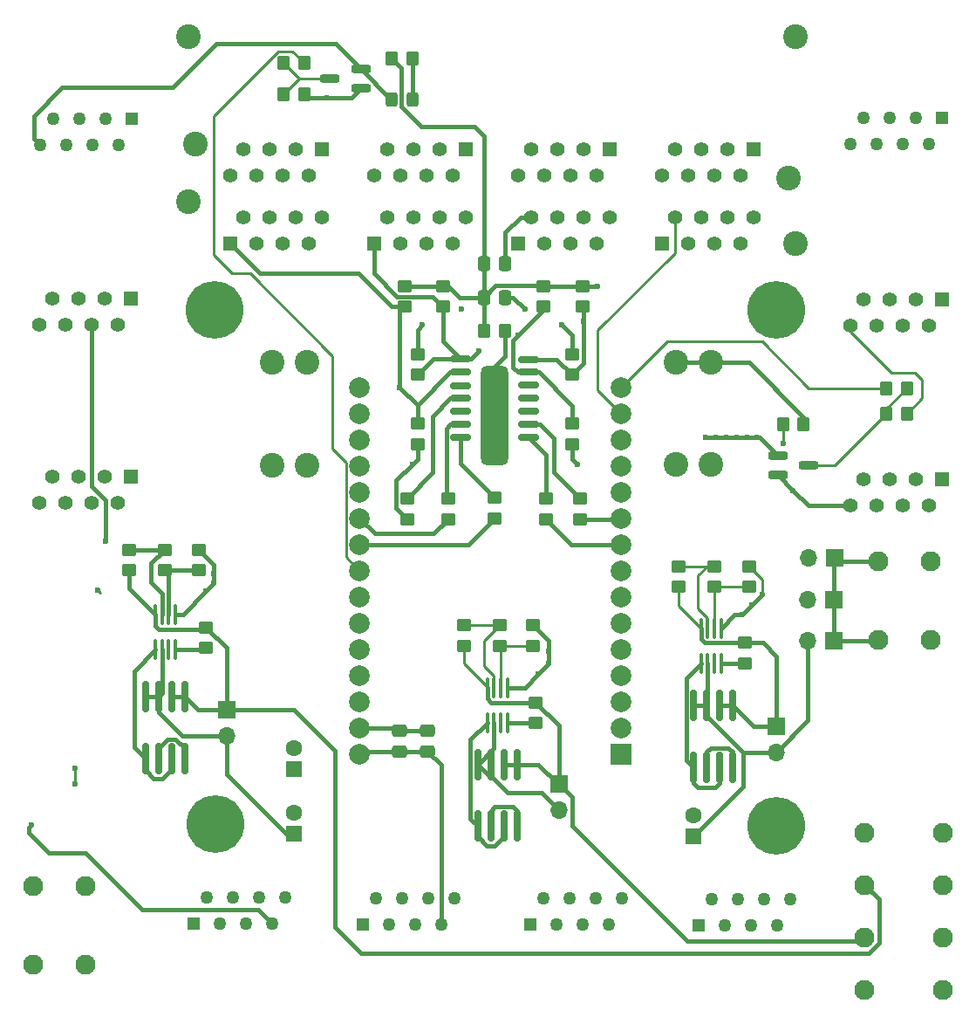
<source format=gbl>
%TF.GenerationSoftware,KiCad,Pcbnew,8.0.1-8.0.1-1~ubuntu22.04.1*%
%TF.CreationDate,2024-04-16T20:31:25-04:00*%
%TF.ProjectId,pdb,7064622e-6b69-4636-9164-5f7063625858,rev?*%
%TF.SameCoordinates,Original*%
%TF.FileFunction,Copper,L4,Bot*%
%TF.FilePolarity,Positive*%
%FSLAX46Y46*%
G04 Gerber Fmt 4.6, Leading zero omitted, Abs format (unit mm)*
G04 Created by KiCad (PCBNEW 8.0.1-8.0.1-1~ubuntu22.04.1) date 2024-04-16 20:31:25*
%MOMM*%
%LPD*%
G01*
G04 APERTURE LIST*
G04 Aperture macros list*
%AMRoundRect*
0 Rectangle with rounded corners*
0 $1 Rounding radius*
0 $2 $3 $4 $5 $6 $7 $8 $9 X,Y pos of 4 corners*
0 Add a 4 corners polygon primitive as box body*
4,1,4,$2,$3,$4,$5,$6,$7,$8,$9,$2,$3,0*
0 Add four circle primitives for the rounded corners*
1,1,$1+$1,$2,$3*
1,1,$1+$1,$4,$5*
1,1,$1+$1,$6,$7*
1,1,$1+$1,$8,$9*
0 Add four rect primitives between the rounded corners*
20,1,$1+$1,$2,$3,$4,$5,0*
20,1,$1+$1,$4,$5,$6,$7,0*
20,1,$1+$1,$6,$7,$8,$9,0*
20,1,$1+$1,$8,$9,$2,$3,0*%
G04 Aperture macros list end*
%TA.AperFunction,ComponentPad*%
%ADD10R,1.268000X1.268000*%
%TD*%
%TA.AperFunction,ComponentPad*%
%ADD11C,1.268000*%
%TD*%
%TA.AperFunction,ComponentPad*%
%ADD12C,2.400000*%
%TD*%
%TA.AperFunction,ComponentPad*%
%ADD13R,1.408000X1.408000*%
%TD*%
%TA.AperFunction,ComponentPad*%
%ADD14C,1.408000*%
%TD*%
%TA.AperFunction,ComponentPad*%
%ADD15R,1.700000X1.700000*%
%TD*%
%TA.AperFunction,ComponentPad*%
%ADD16O,1.700000X1.700000*%
%TD*%
%TA.AperFunction,ComponentPad*%
%ADD17C,3.600000*%
%TD*%
%TA.AperFunction,ConnectorPad*%
%ADD18C,5.600000*%
%TD*%
%TA.AperFunction,ComponentPad*%
%ADD19C,1.950000*%
%TD*%
%TA.AperFunction,ComponentPad*%
%ADD20R,1.600000X1.600000*%
%TD*%
%TA.AperFunction,ComponentPad*%
%ADD21C,1.600000*%
%TD*%
%TA.AperFunction,ComponentPad*%
%ADD22R,2.000000X2.000000*%
%TD*%
%TA.AperFunction,ComponentPad*%
%ADD23C,2.000000*%
%TD*%
%TA.AperFunction,SMDPad,CuDef*%
%ADD24RoundRect,0.150000X0.150000X-1.350000X0.150000X1.350000X-0.150000X1.350000X-0.150000X-1.350000X0*%
%TD*%
%TA.AperFunction,SMDPad,CuDef*%
%ADD25RoundRect,0.250000X-0.450000X0.350000X-0.450000X-0.350000X0.450000X-0.350000X0.450000X0.350000X0*%
%TD*%
%TA.AperFunction,SMDPad,CuDef*%
%ADD26RoundRect,0.250000X0.450000X-0.350000X0.450000X0.350000X-0.450000X0.350000X-0.450000X-0.350000X0*%
%TD*%
%TA.AperFunction,SMDPad,CuDef*%
%ADD27RoundRect,0.250000X0.350000X0.450000X-0.350000X0.450000X-0.350000X-0.450000X0.350000X-0.450000X0*%
%TD*%
%TA.AperFunction,SMDPad,CuDef*%
%ADD28RoundRect,0.200000X0.750000X0.200000X-0.750000X0.200000X-0.750000X-0.200000X0.750000X-0.200000X0*%
%TD*%
%TA.AperFunction,SMDPad,CuDef*%
%ADD29RoundRect,0.250000X-0.325000X-0.450000X0.325000X-0.450000X0.325000X0.450000X-0.325000X0.450000X0*%
%TD*%
%TA.AperFunction,SMDPad,CuDef*%
%ADD30RoundRect,0.100000X-0.100000X0.900000X-0.100000X-0.900000X0.100000X-0.900000X0.100000X0.900000X0*%
%TD*%
%TA.AperFunction,SMDPad,CuDef*%
%ADD31RoundRect,0.250000X-0.337500X-0.475000X0.337500X-0.475000X0.337500X0.475000X-0.337500X0.475000X0*%
%TD*%
%TA.AperFunction,SMDPad,CuDef*%
%ADD32RoundRect,0.250000X-0.350000X-0.450000X0.350000X-0.450000X0.350000X0.450000X-0.350000X0.450000X0*%
%TD*%
%TA.AperFunction,SMDPad,CuDef*%
%ADD33RoundRect,0.171250X0.828750X0.171250X-0.828750X0.171250X-0.828750X-0.171250X0.828750X-0.171250X0*%
%TD*%
%TA.AperFunction,SMDPad,CuDef*%
%ADD34RoundRect,0.162500X0.837500X0.162500X-0.837500X0.162500X-0.837500X-0.162500X0.837500X-0.162500X0*%
%TD*%
%TA.AperFunction,SMDPad,CuDef*%
%ADD35RoundRect,0.662500X0.662500X4.187500X-0.662500X4.187500X-0.662500X-4.187500X0.662500X-4.187500X0*%
%TD*%
%TA.AperFunction,SMDPad,CuDef*%
%ADD36RoundRect,0.200000X-0.750000X-0.200000X0.750000X-0.200000X0.750000X0.200000X-0.750000X0.200000X0*%
%TD*%
%TA.AperFunction,SMDPad,CuDef*%
%ADD37RoundRect,0.250000X0.475000X-0.337500X0.475000X0.337500X-0.475000X0.337500X-0.475000X-0.337500X0*%
%TD*%
%TA.AperFunction,ViaPad*%
%ADD38C,0.600000*%
%TD*%
%TA.AperFunction,Conductor*%
%ADD39C,0.250000*%
%TD*%
%TA.AperFunction,Conductor*%
%ADD40C,0.400000*%
%TD*%
G04 APERTURE END LIST*
D10*
%TO.P,E_24V_POE_IN_2,1*%
%TO.N,Net-(E_24V_POE_IN_2-Pad1)*%
X112961000Y-30330000D03*
D11*
%TO.P,E_24V_POE_IN_2,2*%
%TO.N,Net-(E_24V_POE_IN_2-Pad2)*%
X111691000Y-32870000D03*
%TO.P,E_24V_POE_IN_2,3*%
%TO.N,Net-(E_24V_POE_IN_2-Pad3)*%
X110421000Y-30330000D03*
%TO.P,E_24V_POE_IN_2,4*%
%TO.N,unconnected-(E_24V_POE_IN_2-Pad4)*%
X109151000Y-32870000D03*
%TO.P,E_24V_POE_IN_2,5*%
%TO.N,unconnected-(E_24V_POE_IN_2-Pad5)*%
X107881000Y-30330000D03*
%TO.P,E_24V_POE_IN_2,6*%
%TO.N,Net-(E_24V_POE_IN_2-Pad6)*%
X106611000Y-32870000D03*
%TO.P,E_24V_POE_IN_2,7*%
%TO.N,unconnected-(E_24V_POE_IN_2-Pad7)*%
X105341000Y-30330000D03*
%TO.P,E_24V_POE_IN_2,8*%
%TO.N,unconnected-(E_24V_POE_IN_2-Pad8)*%
X104071000Y-32870000D03*
%TD*%
D12*
%TO.P,F2,1*%
%TO.N,Net-(E_12V_2-Pad7)*%
X51300000Y-54040000D03*
X47900000Y-54040000D03*
%TO.P,F2,2*%
%TO.N,+12V*%
X51300000Y-63960000D03*
X47900000Y-63960000D03*
%TD*%
D13*
%TO.P,U10,1_1B*%
%TO.N,RX+_0*%
X94600000Y-33350000D03*
%TO.P,U10,1_1T*%
%TO.N,CAM_POW_0*%
X85710000Y-42460000D03*
D14*
%TO.P,U10,1_2B*%
%TO.N,RX-_0*%
X93330000Y-35890000D03*
%TO.P,U10,1_2T*%
%TO.N,PWM_1*%
X86980000Y-39920000D03*
%TO.P,U10,1_3B*%
%TO.N,TX+_0*%
X92060000Y-33350000D03*
%TO.P,U10,1_3T*%
X88250000Y-42460000D03*
%TO.P,U10,1_4B*%
%TO.N,unconnected-(U10-Pad1_4B)*%
X90790000Y-35890000D03*
%TO.P,U10,1_4T*%
%TO.N,TX-_0*%
X89520000Y-39920000D03*
%TO.P,U10,1_5B*%
%TO.N,unconnected-(U10-Pad1_5B)*%
X89520000Y-33350000D03*
%TO.P,U10,1_5T*%
%TO.N,RX+_0*%
X90790000Y-42460000D03*
%TO.P,U10,1_6B*%
%TO.N,TX-_0*%
X88250000Y-35890000D03*
%TO.P,U10,1_6T*%
%TO.N,RX-_0*%
X92060000Y-39920000D03*
%TO.P,U10,1_7B*%
%TO.N,unconnected-(U10-Pad1_7B)*%
X86980000Y-33350000D03*
%TO.P,U10,1_7T*%
%TO.N,PWM_0*%
X93330000Y-42460000D03*
%TO.P,U10,1_8B*%
%TO.N,unconnected-(U10-Pad1_8B)*%
X85710000Y-35890000D03*
%TO.P,U10,1_8T*%
%TO.N,GND*%
X94600000Y-39920000D03*
D13*
%TO.P,U10,2_1B*%
%TO.N,RX+_1*%
X80630000Y-33350000D03*
%TO.P,U10,2_1T*%
%TO.N,CAM_POW_1*%
X71740000Y-42460000D03*
D14*
%TO.P,U10,2_2B*%
%TO.N,RX-_1*%
X79360000Y-35890000D03*
%TO.P,U10,2_2T*%
%TO.N,GND*%
X73010000Y-39920000D03*
%TO.P,U10,2_3B*%
%TO.N,TX+_1*%
X78090000Y-33350000D03*
%TO.P,U10,2_3T*%
X74280000Y-42460000D03*
%TO.P,U10,2_4B*%
%TO.N,unconnected-(U10-Pad2_4B)*%
X76820000Y-35890000D03*
%TO.P,U10,2_4T*%
%TO.N,TX-_1*%
X75550000Y-39920000D03*
%TO.P,U10,2_5B*%
%TO.N,unconnected-(U10-Pad2_5B)*%
X75550000Y-33350000D03*
%TO.P,U10,2_5T*%
%TO.N,RX+_1*%
X76820000Y-42460000D03*
%TO.P,U10,2_6B*%
%TO.N,TX-_1*%
X74280000Y-35890000D03*
%TO.P,U10,2_6T*%
%TO.N,RX-_1*%
X78090000Y-39920000D03*
%TO.P,U10,2_7B*%
%TO.N,unconnected-(U10-Pad2_7B)*%
X73010000Y-33350000D03*
%TO.P,U10,2_7T*%
%TO.N,unconnected-(U10-Pad2_7T)*%
X79360000Y-42460000D03*
%TO.P,U10,2_8B*%
%TO.N,unconnected-(U10-Pad2_8B)*%
X71740000Y-35890000D03*
%TO.P,U10,2_8T*%
%TO.N,unconnected-(U10-Pad2_8T)*%
X80630000Y-39920000D03*
D13*
%TO.P,U10,3_1B*%
%TO.N,RX+_2*%
X66660000Y-33350000D03*
%TO.P,U10,3_1T*%
%TO.N,CAM_POW_2*%
X57770000Y-42460000D03*
D14*
%TO.P,U10,3_2B*%
%TO.N,RX-_2*%
X65390000Y-35890000D03*
%TO.P,U10,3_2T*%
%TO.N,GND*%
X59040000Y-39920000D03*
%TO.P,U10,3_3B*%
%TO.N,TX+_2*%
X64120000Y-33350000D03*
%TO.P,U10,3_3T*%
X60310000Y-42460000D03*
%TO.P,U10,3_4B*%
%TO.N,unconnected-(U10-Pad3_4B)*%
X62850000Y-35890000D03*
%TO.P,U10,3_4T*%
%TO.N,TX-_2*%
X61580000Y-39920000D03*
%TO.P,U10,3_5B*%
%TO.N,unconnected-(U10-Pad3_5B)*%
X61580000Y-33350000D03*
%TO.P,U10,3_5T*%
%TO.N,RX+_2*%
X62850000Y-42460000D03*
%TO.P,U10,3_6B*%
%TO.N,TX-_2*%
X60310000Y-35890000D03*
%TO.P,U10,3_6T*%
%TO.N,RX-_2*%
X64120000Y-39920000D03*
%TO.P,U10,3_7B*%
%TO.N,unconnected-(U10-Pad3_7B)*%
X59040000Y-33350000D03*
%TO.P,U10,3_7T*%
%TO.N,unconnected-(U10-Pad3_7T)*%
X65390000Y-42460000D03*
%TO.P,U10,3_8B*%
%TO.N,unconnected-(U10-Pad3_8B)*%
X57770000Y-35890000D03*
%TO.P,U10,3_8T*%
%TO.N,unconnected-(U10-Pad3_8T)*%
X66660000Y-39920000D03*
D13*
%TO.P,U10,4_1B*%
%TO.N,RX+_3*%
X52690000Y-33350000D03*
%TO.P,U10,4_1T*%
%TO.N,CAM_POW_3*%
X43800000Y-42460000D03*
D14*
%TO.P,U10,4_2B*%
%TO.N,RX-_3*%
X51420000Y-35890000D03*
%TO.P,U10,4_2T*%
%TO.N,GND*%
X45070000Y-39920000D03*
%TO.P,U10,4_3B*%
%TO.N,TX+_3*%
X50150000Y-33350000D03*
%TO.P,U10,4_3T*%
X46340000Y-42460000D03*
%TO.P,U10,4_4B*%
%TO.N,unconnected-(U10-Pad4_4B)*%
X48880000Y-35890000D03*
%TO.P,U10,4_4T*%
%TO.N,TX-_3*%
X47610000Y-39920000D03*
%TO.P,U10,4_5B*%
%TO.N,unconnected-(U10-Pad4_5B)*%
X47610000Y-33350000D03*
%TO.P,U10,4_5T*%
%TO.N,RX+_3*%
X48880000Y-42460000D03*
%TO.P,U10,4_6B*%
%TO.N,TX-_3*%
X46340000Y-35890000D03*
%TO.P,U10,4_6T*%
%TO.N,RX-_3*%
X50150000Y-39920000D03*
%TO.P,U10,4_7B*%
%TO.N,unconnected-(U10-Pad4_7B)*%
X45070000Y-33350000D03*
%TO.P,U10,4_7T*%
%TO.N,unconnected-(U10-Pad4_7T)*%
X51420000Y-42460000D03*
%TO.P,U10,4_8B*%
%TO.N,unconnected-(U10-Pad4_8B)*%
X43800000Y-35890000D03*
%TO.P,U10,4_8T*%
%TO.N,unconnected-(U10-Pad4_8T)*%
X52690000Y-39920000D03*
D12*
%TO.P,U10,S1,GND*%
%TO.N,GND*%
X98660000Y-42460000D03*
X98660000Y-22430000D03*
X97995000Y-36150000D03*
X40405000Y-32850000D03*
X39740000Y-38400000D03*
X39740000Y-22430000D03*
%TD*%
D13*
%TO.P,E_12V_1,1*%
%TO.N,unconnected-(E_12V_1-Pad1)*%
X112945000Y-65350000D03*
D14*
%TO.P,E_12V_1,2*%
%TO.N,unconnected-(E_12V_1-Pad2)*%
X111675000Y-67890000D03*
%TO.P,E_12V_1,3*%
%TO.N,unconnected-(E_12V_1-Pad3)*%
X110405000Y-65350000D03*
%TO.P,E_12V_1,4*%
%TO.N,unconnected-(E_12V_1-Pad4)*%
X109135000Y-67890000D03*
%TO.P,E_12V_1,5*%
%TO.N,unconnected-(E_12V_1-Pad5)*%
X107865000Y-65350000D03*
%TO.P,E_12V_1,6*%
%TO.N,unconnected-(E_12V_1-Pad6)*%
X106595000Y-67890000D03*
%TO.P,E_12V_1,7*%
%TO.N,Net-(E_12V_1-Pad7)*%
X105325000Y-65350000D03*
%TO.P,E_12V_1,8*%
%TO.N,ACC1_LOAD_LOW*%
X104055000Y-67890000D03*
%TD*%
D15*
%TO.P,JP2,1,A*%
%TO.N,Net-(J2-Pin_1)*%
X102460000Y-77000000D03*
D16*
%TO.P,JP2,2,B*%
%TO.N,+12V*%
X99920000Y-77000000D03*
%TD*%
D17*
%TO.P,H1,1,1*%
%TO.N,GND*%
X42300000Y-48900000D03*
D18*
X42300000Y-48900000D03*
%TD*%
D13*
%TO.P,E_24V_POE_OUT_1,1*%
%TO.N,Net-(E_24V_POE_IN_1-Pad1)*%
X34157500Y-47780000D03*
D14*
%TO.P,E_24V_POE_OUT_1,2*%
%TO.N,Net-(E_24V_POE_IN_1-Pad2)*%
X32887500Y-50320000D03*
%TO.P,E_24V_POE_OUT_1,3*%
%TO.N,Net-(E_24V_POE_IN_1-Pad3)*%
X31617500Y-47780000D03*
%TO.P,E_24V_POE_OUT_1,4*%
%TO.N,+24V*%
X30347500Y-50320000D03*
%TO.P,E_24V_POE_OUT_1,5*%
X29077500Y-47780000D03*
%TO.P,E_24V_POE_OUT_1,6*%
%TO.N,Net-(E_24V_POE_IN_1-Pad6)*%
X27807500Y-50320000D03*
%TO.P,E_24V_POE_OUT_1,7*%
%TO.N,GND*%
X26537500Y-47780000D03*
%TO.P,E_24V_POE_OUT_1,8*%
X25267500Y-50320000D03*
%TD*%
D19*
%TO.P,J3,1,Pin_1*%
%TO.N,CANH*%
X24712500Y-104767500D03*
X24712500Y-112387500D03*
%TO.P,J3,2,Pin_2*%
%TO.N,CANL*%
X29792500Y-104767500D03*
X29792500Y-112387500D03*
%TD*%
D10*
%TO.P,E_5V_2,1*%
%TO.N,CANH*%
X89280000Y-108600000D03*
D11*
%TO.P,E_5V_2,2*%
%TO.N,CANL*%
X90550000Y-106060000D03*
%TO.P,E_5V_2,3*%
%TO.N,unconnected-(E_5V_2-Pad3)*%
X91820000Y-108600000D03*
%TO.P,E_5V_2,4*%
%TO.N,unconnected-(E_5V_2-Pad4)*%
X93090000Y-106060000D03*
%TO.P,E_5V_2,5*%
%TO.N,unconnected-(E_5V_2-Pad5)*%
X94360000Y-108600000D03*
%TO.P,E_5V_2,6*%
%TO.N,unconnected-(E_5V_2-Pad6)*%
X95630000Y-106060000D03*
%TO.P,E_5V_2,7*%
%TO.N,+5V*%
X96900000Y-108600000D03*
%TO.P,E_5V_2,8*%
%TO.N,GND*%
X98170000Y-106060000D03*
%TD*%
D20*
%TO.P,C7,1*%
%TO.N,+5V*%
X88750000Y-99960000D03*
D21*
%TO.P,C7,2*%
%TO.N,GND*%
X88750000Y-97960000D03*
%TD*%
D10*
%TO.P,E_12V_2,1*%
%TO.N,unconnected-(E_12V_2-Pad1)*%
X34229000Y-30350000D03*
D11*
%TO.P,E_12V_2,2*%
%TO.N,unconnected-(E_12V_2-Pad2)*%
X32959000Y-32890000D03*
%TO.P,E_12V_2,3*%
%TO.N,unconnected-(E_12V_2-Pad3)*%
X31689000Y-30350000D03*
%TO.P,E_12V_2,4*%
%TO.N,unconnected-(E_12V_2-Pad4)*%
X30419000Y-32890000D03*
%TO.P,E_12V_2,5*%
%TO.N,unconnected-(E_12V_2-Pad5)*%
X29149000Y-30350000D03*
%TO.P,E_12V_2,6*%
%TO.N,unconnected-(E_12V_2-Pad6)*%
X27879000Y-32890000D03*
%TO.P,E_12V_2,7*%
%TO.N,Net-(E_12V_2-Pad7)*%
X26609000Y-30350000D03*
%TO.P,E_12V_2,8*%
%TO.N,ACC2_LOAD_LOW*%
X25339000Y-32890000D03*
%TD*%
D20*
%TO.P,C8,1*%
%TO.N,+12V*%
X50000000Y-93460000D03*
D21*
%TO.P,C8,2*%
%TO.N,GND*%
X50000000Y-91460000D03*
%TD*%
D15*
%TO.P,JP6,1,A*%
%TO.N,+24V IN*%
X43500000Y-87725000D03*
D16*
%TO.P,JP6,2,B*%
%TO.N,+24V*%
X43500000Y-90265000D03*
%TD*%
D15*
%TO.P,JP1,1,A*%
%TO.N,Net-(J2-Pin_1)*%
X102460000Y-81000000D03*
D16*
%TO.P,JP1,2,B*%
%TO.N,+5V*%
X99920000Y-81000000D03*
%TD*%
D15*
%TO.P,JP3,1,A*%
%TO.N,Net-(J2-Pin_1)*%
X102500000Y-73000000D03*
D16*
%TO.P,JP3,2,B*%
%TO.N,+24V*%
X99960000Y-73000000D03*
%TD*%
D19*
%TO.P,J1,1,Pin_1*%
%TO.N,+5V IN*%
X105417500Y-114837500D03*
X113037500Y-114837500D03*
%TO.P,J1,2,Pin_2*%
%TO.N,+12V IN*%
X105417500Y-109757500D03*
X113037500Y-109757500D03*
%TO.P,J1,3,Pin_3*%
%TO.N,+24V IN*%
X105417500Y-104677500D03*
X113037500Y-104677500D03*
%TO.P,J1,4,Pin_4*%
%TO.N,GND*%
X105417500Y-99597500D03*
X113037500Y-99597500D03*
%TD*%
D22*
%TO.P,U2,1,3V3*%
%TO.N,unconnected-(U2-3V3-Pad1)*%
X81800000Y-92000000D03*
D23*
%TO.P,U2,2,GND*%
%TO.N,GND*%
X81800000Y-89460000D03*
X56400000Y-89460000D03*
%TO.P,U2,3,D15*%
%TO.N,unconnected-(U2-D15-Pad3)*%
X81800000Y-86920000D03*
%TO.P,U2,4,D2*%
%TO.N,unconnected-(U2-D2-Pad4)*%
X81800000Y-84380000D03*
%TO.P,U2,5,D4*%
%TO.N,unconnected-(U2-D4-Pad5)*%
X81800000Y-81840000D03*
%TO.P,U2,6,RX2*%
%TO.N,TXC*%
X81800000Y-79300000D03*
%TO.P,U2,7,TX2*%
%TO.N,RXC*%
X81800000Y-76760000D03*
%TO.P,U2,8,D5*%
%TO.N,unconnected-(U2-D5-Pad8)*%
X81800000Y-74220000D03*
%TO.P,U2,9,D18*%
%TO.N,CAM_SIGN_0*%
X81800000Y-71680000D03*
%TO.P,U2,10,D19*%
%TO.N,CAM_SIGN_1*%
X81800000Y-69140000D03*
%TO.P,U2,11,D21*%
%TO.N,PWM_0*%
X81800000Y-66600000D03*
%TO.P,U2,12,RX0*%
%TO.N,unconnected-(U2-RX0-Pad12)*%
X81800000Y-64060000D03*
%TO.P,U2,13,TX0*%
%TO.N,unconnected-(U2-TX0-Pad13)*%
X81800000Y-61520000D03*
%TO.P,U2,14,D22*%
%TO.N,PWM_1*%
X81800000Y-58980000D03*
%TO.P,U2,15,D23*%
%TO.N,ACC1_CONTROL*%
X81800000Y-56440000D03*
%TO.P,U2,16,EN*%
%TO.N,unconnected-(U2-EN-Pad16)*%
X56400000Y-56440000D03*
%TO.P,U2,17,VP*%
%TO.N,unconnected-(U2-VP-Pad17)*%
X56400000Y-58980000D03*
%TO.P,U2,18,VN*%
%TO.N,unconnected-(U2-VN-Pad18)*%
X56400000Y-61520000D03*
%TO.P,U2,19,D34*%
%TO.N,unconnected-(U2-D34-Pad19)*%
X56400000Y-64060000D03*
%TO.P,U2,20,D35*%
%TO.N,unconnected-(U2-D35-Pad20)*%
X56400000Y-66600000D03*
%TO.P,U2,21,D32*%
%TO.N,CAM_SIGN_3*%
X56400000Y-69140000D03*
%TO.P,U2,22,D33*%
%TO.N,CAM_SIGN_2*%
X56400000Y-71680000D03*
%TO.P,U2,23,D25*%
%TO.N,ACC2_CONTROL*%
X56400000Y-74220000D03*
%TO.P,U2,24,D26*%
%TO.N,LED_B*%
X56400000Y-76760000D03*
%TO.P,U2,25,D27*%
%TO.N,LED_G*%
X56400000Y-79300000D03*
%TO.P,U2,26,D14*%
%TO.N,LED_R*%
X56400000Y-81840000D03*
%TO.P,U2,27,D12*%
%TO.N,unconnected-(U2-D12-Pad27)*%
X56400000Y-84380000D03*
%TO.P,U2,28,D13*%
%TO.N,unconnected-(U2-D13-Pad28)*%
X56400000Y-86920000D03*
%TO.P,U2,30,VIN*%
%TO.N,+5V*%
X56400000Y-92000000D03*
%TD*%
D10*
%TO.P,E_5V_4,1*%
%TO.N,CANH*%
X56659000Y-108500000D03*
D11*
%TO.P,E_5V_4,2*%
%TO.N,CANL*%
X57929000Y-105960000D03*
%TO.P,E_5V_4,3*%
%TO.N,unconnected-(E_5V_4-Pad3)*%
X59199000Y-108500000D03*
%TO.P,E_5V_4,4*%
%TO.N,unconnected-(E_5V_4-Pad4)*%
X60469000Y-105960000D03*
%TO.P,E_5V_4,5*%
%TO.N,unconnected-(E_5V_4-Pad5)*%
X61739000Y-108500000D03*
%TO.P,E_5V_4,6*%
%TO.N,unconnected-(E_5V_4-Pad6)*%
X63009000Y-105960000D03*
%TO.P,E_5V_4,7*%
%TO.N,+5V*%
X64279000Y-108500000D03*
%TO.P,E_5V_4,8*%
%TO.N,GND*%
X65549000Y-105960000D03*
%TD*%
D10*
%TO.P,E_5V_3,1*%
%TO.N,CANH*%
X72980000Y-108500000D03*
D11*
%TO.P,E_5V_3,2*%
%TO.N,CANL*%
X74250000Y-105960000D03*
%TO.P,E_5V_3,3*%
%TO.N,unconnected-(E_5V_3-Pad3)*%
X75520000Y-108500000D03*
%TO.P,E_5V_3,4*%
%TO.N,unconnected-(E_5V_3-Pad4)*%
X76790000Y-105960000D03*
%TO.P,E_5V_3,5*%
%TO.N,unconnected-(E_5V_3-Pad5)*%
X78060000Y-108500000D03*
%TO.P,E_5V_3,6*%
%TO.N,unconnected-(E_5V_3-Pad6)*%
X79330000Y-105960000D03*
%TO.P,E_5V_3,7*%
%TO.N,+5V*%
X80600000Y-108500000D03*
%TO.P,E_5V_3,8*%
%TO.N,GND*%
X81870000Y-105960000D03*
%TD*%
D17*
%TO.P,H4,1,1*%
%TO.N,GND*%
X42400000Y-98800000D03*
D18*
X42400000Y-98800000D03*
%TD*%
D13*
%TO.P,E_24V_POE_IN_1,1*%
%TO.N,Net-(E_24V_POE_IN_1-Pad1)*%
X34145000Y-65050000D03*
D14*
%TO.P,E_24V_POE_IN_1,2*%
%TO.N,Net-(E_24V_POE_IN_1-Pad2)*%
X32875000Y-67590000D03*
%TO.P,E_24V_POE_IN_1,3*%
%TO.N,Net-(E_24V_POE_IN_1-Pad3)*%
X31605000Y-65050000D03*
%TO.P,E_24V_POE_IN_1,4*%
%TO.N,unconnected-(E_24V_POE_IN_1-Pad4)*%
X30335000Y-67590000D03*
%TO.P,E_24V_POE_IN_1,5*%
%TO.N,unconnected-(E_24V_POE_IN_1-Pad5)*%
X29065000Y-65050000D03*
%TO.P,E_24V_POE_IN_1,6*%
%TO.N,Net-(E_24V_POE_IN_1-Pad6)*%
X27795000Y-67590000D03*
%TO.P,E_24V_POE_IN_1,7*%
%TO.N,unconnected-(E_24V_POE_IN_1-Pad7)*%
X26525000Y-65050000D03*
%TO.P,E_24V_POE_IN_1,8*%
%TO.N,unconnected-(E_24V_POE_IN_1-Pad8)*%
X25255000Y-67590000D03*
%TD*%
D20*
%TO.P,C9,1*%
%TO.N,+24V*%
X50000000Y-99710000D03*
D21*
%TO.P,C9,2*%
%TO.N,GND*%
X50000000Y-97710000D03*
%TD*%
D17*
%TO.P,H3,1,1*%
%TO.N,GND*%
X96800000Y-99000000D03*
D18*
X96800000Y-99000000D03*
%TD*%
D15*
%TO.P,JP4,1,A*%
%TO.N,+5V IN*%
X96830000Y-89290000D03*
D16*
%TO.P,JP4,2,B*%
%TO.N,+5V*%
X96830000Y-91830000D03*
%TD*%
D19*
%TO.P,J2,1,Pin_1*%
%TO.N,Net-(J2-Pin_1)*%
X106762500Y-73317500D03*
X106762500Y-80937500D03*
%TO.P,J2,2,Pin_2*%
%TO.N,GND*%
X111842500Y-73317500D03*
X111842500Y-80937500D03*
%TD*%
D10*
%TO.P,E_5V_1,1*%
%TO.N,CANH*%
X40249000Y-108450000D03*
D11*
%TO.P,E_5V_1,2*%
%TO.N,CANL*%
X41519000Y-105910000D03*
%TO.P,E_5V_1,3*%
%TO.N,unconnected-(E_5V_1-Pad3)*%
X42789000Y-108450000D03*
%TO.P,E_5V_1,4*%
%TO.N,unconnected-(E_5V_1-Pad4)*%
X44059000Y-105910000D03*
%TO.P,E_5V_1,5*%
%TO.N,unconnected-(E_5V_1-Pad5)*%
X45329000Y-108450000D03*
%TO.P,E_5V_1,6*%
%TO.N,unconnected-(E_5V_1-Pad6)*%
X46599000Y-105910000D03*
%TO.P,E_5V_1,7*%
%TO.N,+5V*%
X47869000Y-108450000D03*
%TO.P,E_5V_1,8*%
%TO.N,GND*%
X49139000Y-105910000D03*
%TD*%
D17*
%TO.P,H2,1,1*%
%TO.N,GND*%
X96800000Y-48900000D03*
D18*
X96800000Y-48900000D03*
%TD*%
D15*
%TO.P,JP5,1,A*%
%TO.N,+12V IN*%
X75750000Y-94935000D03*
D16*
%TO.P,JP5,2,B*%
%TO.N,+12V*%
X75750000Y-97475000D03*
%TD*%
D12*
%TO.P,F1,1*%
%TO.N,Net-(E_12V_1-Pad7)*%
X87100000Y-63910000D03*
X90500000Y-63910000D03*
%TO.P,F1,2*%
%TO.N,+12V*%
X87100000Y-53990000D03*
X90500000Y-53990000D03*
%TD*%
D13*
%TO.P,E_24V_POE_OUT_2,1*%
%TO.N,Net-(E_24V_POE_IN_2-Pad1)*%
X112945000Y-47880000D03*
D14*
%TO.P,E_24V_POE_OUT_2,2*%
%TO.N,Net-(E_24V_POE_IN_2-Pad2)*%
X111675000Y-50420000D03*
%TO.P,E_24V_POE_OUT_2,3*%
%TO.N,Net-(E_24V_POE_IN_2-Pad3)*%
X110405000Y-47880000D03*
%TO.P,E_24V_POE_OUT_2,4*%
%TO.N,+24V*%
X109135000Y-50420000D03*
%TO.P,E_24V_POE_OUT_2,5*%
X107865000Y-47880000D03*
%TO.P,E_24V_POE_OUT_2,6*%
%TO.N,Net-(E_24V_POE_IN_2-Pad6)*%
X106595000Y-50420000D03*
%TO.P,E_24V_POE_OUT_2,7*%
%TO.N,GND*%
X105325000Y-47880000D03*
%TO.P,E_24V_POE_OUT_2,8*%
X104055000Y-50420000D03*
%TD*%
D24*
%TO.P,U7,1,S1*%
%TO.N,Net-(U7-S1)*%
X71650000Y-99000000D03*
%TO.P,U7,2,G1*%
%TO.N,Net-(U6-GATE)*%
X70385000Y-99000000D03*
%TO.P,U7,3,S2*%
%TO.N,Net-(U7-S1)*%
X69115000Y-99000000D03*
%TO.P,U7,4,G2*%
%TO.N,Net-(U6-GATE)*%
X67845000Y-99000000D03*
%TO.P,U7,5,D2*%
%TO.N,+12V*%
X67845000Y-93000000D03*
%TO.P,U7,6,D2*%
X69115000Y-93000000D03*
%TO.P,U7,7,D1*%
%TO.N,+12V IN*%
X70385000Y-93000000D03*
%TO.P,U7,8,D1*%
X71655000Y-93000000D03*
%TD*%
D25*
%TO.P,R23,1*%
%TO.N,CAM_POW_1*%
X77000000Y-59960000D03*
%TO.P,R23,2*%
%TO.N,GND*%
X77000000Y-61960000D03*
%TD*%
D26*
%TO.P,R13,1*%
%TO.N,CAM_POW_2*%
X64500000Y-48620000D03*
%TO.P,R13,2*%
%TO.N,+12V*%
X64500000Y-46620000D03*
%TD*%
D27*
%TO.P,R6,1*%
%TO.N,Net-(D11-A)*%
X61500000Y-24500000D03*
%TO.P,R6,2*%
%TO.N,+12V*%
X59500000Y-24500000D03*
%TD*%
D26*
%TO.P,R36,1*%
%TO.N,Net-(U6-SHDN)*%
X73500000Y-89000000D03*
%TO.P,R36,2*%
%TO.N,+12V IN*%
X73500000Y-87000000D03*
%TD*%
%TO.P,R31,1*%
%TO.N,Net-(U4-OV)*%
X90830000Y-75790000D03*
%TO.P,R31,2*%
%TO.N,Net-(U4-UV)*%
X90830000Y-73790000D03*
%TD*%
%TO.P,R8,1*%
%TO.N,CAM_SIGN_0*%
X74500000Y-69210000D03*
%TO.P,R8,2*%
%TO.N,Net-(U1-IN0)*%
X74500000Y-67210000D03*
%TD*%
D28*
%TO.P,Q2,1,D*%
%TO.N,ACC2_LOAD_LOW*%
X56500000Y-25550000D03*
%TO.P,Q2,2,S*%
%TO.N,GND*%
X56500000Y-27450000D03*
%TO.P,Q2,3,G*%
%TO.N,Net-(Q2-G)*%
X53500000Y-26500000D03*
%TD*%
D25*
%TO.P,R21,1*%
%TO.N,Net-(U1-GND)*%
X61000000Y-67210000D03*
%TO.P,R21,2*%
%TO.N,GND*%
X61000000Y-69210000D03*
%TD*%
%TO.P,R35,1*%
%TO.N,GND*%
X73250000Y-79500000D03*
%TO.P,R35,2*%
%TO.N,Net-(U6-OV)*%
X73250000Y-81500000D03*
%TD*%
D27*
%TO.P,R4,1*%
%TO.N,ACC2_CONTROL*%
X51000000Y-25000000D03*
%TO.P,R4,2*%
%TO.N,Net-(Q2-G)*%
X49000000Y-25000000D03*
%TD*%
D29*
%TO.P,D11,2,A*%
%TO.N,Net-(D11-A)*%
X61525000Y-28500000D03*
%TO.P,D11,1,K*%
%TO.N,ACC2_LOAD_LOW*%
X59475000Y-28500000D03*
%TD*%
D30*
%TO.P,U4,1,V_{in}*%
%TO.N,+5V IN*%
X89530000Y-79790000D03*
%TO.P,U4,2,UV*%
%TO.N,Net-(U4-UV)*%
X90170000Y-79790000D03*
%TO.P,U4,3,OV*%
%TO.N,Net-(U4-OV)*%
X90830000Y-79790000D03*
%TO.P,U4,4,GND*%
%TO.N,GND*%
X91470000Y-79790000D03*
%TO.P,U4,5,SHDN*%
%TO.N,Net-(U4-SHDN)*%
X91470000Y-83210000D03*
%TO.P,U4,6,FAULT*%
%TO.N,unconnected-(U4-FAULT-Pad6)*%
X90830000Y-83210000D03*
%TO.P,U4,7,V_{out}*%
%TO.N,+5V*%
X90170000Y-83210000D03*
%TO.P,U4,8,GATE*%
%TO.N,Net-(U4-GATE)*%
X89530000Y-83210000D03*
%TD*%
D26*
%TO.P,R34,1*%
%TO.N,Net-(U6-OV)*%
X70000000Y-81500000D03*
%TO.P,R34,2*%
%TO.N,Net-(U6-UV)*%
X70000000Y-79500000D03*
%TD*%
%TO.P,R40,1*%
%TO.N,Net-(U8-SHDN)*%
X41500000Y-81710000D03*
%TO.P,R40,2*%
%TO.N,+24V IN*%
X41500000Y-79710000D03*
%TD*%
D25*
%TO.P,R39,1*%
%TO.N,GND*%
X40750000Y-72170000D03*
%TO.P,R39,2*%
%TO.N,Net-(U8-OV)*%
X40750000Y-74170000D03*
%TD*%
D26*
%TO.P,R11,1*%
%TO.N,CAM_POW_0*%
X78000000Y-48620000D03*
%TO.P,R11,2*%
%TO.N,+12V*%
X78000000Y-46620000D03*
%TD*%
D31*
%TO.P,C1,1*%
%TO.N,+12V*%
X68462500Y-47710000D03*
%TO.P,C1,2*%
%TO.N,GND*%
X70537500Y-47710000D03*
%TD*%
D26*
%TO.P,R29,1*%
%TO.N,Net-(U4-SHDN)*%
X93800000Y-83200000D03*
%TO.P,R29,2*%
%TO.N,+5V IN*%
X93800000Y-81200000D03*
%TD*%
D32*
%TO.P,R5,1*%
%TO.N,Net-(Q2-G)*%
X49000000Y-28000000D03*
%TO.P,R5,2*%
%TO.N,GND*%
X51000000Y-28000000D03*
%TD*%
D33*
%TO.P,U1,1,OUT0*%
%TO.N,CAM_POW_0*%
X72767500Y-53707500D03*
D34*
%TO.P,U1,2,OUT1*%
%TO.N,CAM_POW_1*%
X72767500Y-54960000D03*
%TO.P,U1,3,NC*%
%TO.N,unconnected-(U1-NC-Pad3)*%
X72767500Y-56230000D03*
%TO.P,U1,4,DSEL0*%
%TO.N,unconnected-(U1-DSEL0-Pad4)*%
X72767500Y-57500000D03*
%TO.P,U1,5,DSEL1*%
%TO.N,unconnected-(U1-DSEL1-Pad5)*%
X72767500Y-58767500D03*
%TO.P,U1,6,IN1*%
%TO.N,Net-(U1-IN1)*%
X72767500Y-60040000D03*
%TO.P,U1,7,IN0*%
%TO.N,Net-(U1-IN0)*%
X72792500Y-61305000D03*
%TO.P,U1,8,IN2*%
%TO.N,Net-(U1-IN2)*%
X66207500Y-61305000D03*
%TO.P,U1,9,IN3*%
%TO.N,Net-(U1-IN3)*%
X66207500Y-60040000D03*
%TO.P,U1,10,DEN*%
%TO.N,unconnected-(U1-DEN-Pad10)*%
X66207500Y-58770000D03*
%TO.P,U1,11,GND*%
%TO.N,Net-(U1-GND)*%
X66207500Y-57500000D03*
%TO.P,U1,12,IS*%
%TO.N,unconnected-(U1-IS-Pad12)*%
X66207500Y-56265000D03*
%TO.P,U1,13,OUT3*%
%TO.N,CAM_POW_3*%
X66207500Y-54960000D03*
%TO.P,U1,14,OUT2*%
%TO.N,CAM_POW_2*%
X66207500Y-53687500D03*
D35*
%TO.P,U1,15,VS*%
%TO.N,Net-(U1-VS)*%
X69467500Y-59150000D03*
%TD*%
D26*
%TO.P,R12,1*%
%TO.N,CAM_POW_1*%
X74250000Y-48620000D03*
%TO.P,R12,2*%
%TO.N,+12V*%
X74250000Y-46620000D03*
%TD*%
D30*
%TO.P,U6,1,V_{in}*%
%TO.N,+12V IN*%
X68780000Y-85540000D03*
%TO.P,U6,2,UV*%
%TO.N,Net-(U6-UV)*%
X69420000Y-85540000D03*
%TO.P,U6,3,OV*%
%TO.N,Net-(U6-OV)*%
X70080000Y-85540000D03*
%TO.P,U6,4,GND*%
%TO.N,GND*%
X70720000Y-85540000D03*
%TO.P,U6,5,SHDN*%
%TO.N,Net-(U6-SHDN)*%
X70720000Y-88960000D03*
%TO.P,U6,6,FAULT*%
%TO.N,unconnected-(U6-FAULT-Pad6)*%
X70080000Y-88960000D03*
%TO.P,U6,7,V_{out}*%
%TO.N,+12V*%
X69420000Y-88960000D03*
%TO.P,U6,8,GATE*%
%TO.N,Net-(U6-GATE)*%
X68780000Y-88960000D03*
%TD*%
D26*
%TO.P,R24,1*%
%TO.N,CAM_POW_2*%
X62000000Y-55210000D03*
%TO.P,R24,2*%
%TO.N,GND*%
X62000000Y-53210000D03*
%TD*%
D32*
%TO.P,R3,1*%
%TO.N,Net-(D10-A)*%
X97500000Y-60000000D03*
%TO.P,R3,2*%
%TO.N,+12V*%
X99500000Y-60000000D03*
%TD*%
D26*
%TO.P,R9,1*%
%TO.N,CAM_SIGN_1*%
X77750000Y-69210000D03*
%TO.P,R9,2*%
%TO.N,Net-(U1-IN1)*%
X77750000Y-67210000D03*
%TD*%
%TO.P,R20,1*%
%TO.N,CAM_SIGN_3*%
X65000000Y-69210000D03*
%TO.P,R20,2*%
%TO.N,Net-(U1-IN3)*%
X65000000Y-67210000D03*
%TD*%
D36*
%TO.P,Q1,1,D*%
%TO.N,ACC1_LOAD_LOW*%
X97000000Y-64950000D03*
%TO.P,Q1,2,S*%
%TO.N,GND*%
X97000000Y-63050000D03*
%TO.P,Q1,3,G*%
%TO.N,Net-(Q1-G)*%
X100000000Y-64000000D03*
%TD*%
D32*
%TO.P,R1,1*%
%TO.N,Net-(Q1-G)*%
X107500000Y-59000000D03*
%TO.P,R1,2*%
%TO.N,GND*%
X109500000Y-59000000D03*
%TD*%
D30*
%TO.P,U8,1,V_{in}*%
%TO.N,+24V IN*%
X36560000Y-78460000D03*
%TO.P,U8,2,UV*%
%TO.N,Net-(U8-UV)*%
X37200000Y-78460000D03*
%TO.P,U8,3,OV*%
%TO.N,Net-(U8-OV)*%
X37860000Y-78460000D03*
%TO.P,U8,4,GND*%
%TO.N,GND*%
X38500000Y-78460000D03*
%TO.P,U8,5,SHDN*%
%TO.N,Net-(U8-SHDN)*%
X38500000Y-81880000D03*
%TO.P,U8,6,FAULT*%
%TO.N,unconnected-(U8-FAULT-Pad6)*%
X37860000Y-81880000D03*
%TO.P,U8,7,V_{out}*%
%TO.N,+24V*%
X37200000Y-81880000D03*
%TO.P,U8,8,GATE*%
%TO.N,Net-(U8-GATE)*%
X36560000Y-81880000D03*
%TD*%
D25*
%TO.P,R32,1*%
%TO.N,GND*%
X94230000Y-73790000D03*
%TO.P,R32,2*%
%TO.N,Net-(U4-OV)*%
X94230000Y-75790000D03*
%TD*%
D26*
%TO.P,R14,1*%
%TO.N,CAM_POW_3*%
X60750000Y-48620000D03*
%TO.P,R14,2*%
%TO.N,+12V*%
X60750000Y-46620000D03*
%TD*%
D32*
%TO.P,R15,1*%
%TO.N,+12V*%
X68500000Y-50960000D03*
%TO.P,R15,2*%
%TO.N,Net-(U1-VS)*%
X70500000Y-50960000D03*
%TD*%
D25*
%TO.P,R30,1*%
%TO.N,Net-(U4-UV)*%
X87330000Y-73790000D03*
%TO.P,R30,2*%
%TO.N,+5V IN*%
X87330000Y-75790000D03*
%TD*%
D26*
%TO.P,R38,1*%
%TO.N,Net-(U8-OV)*%
X37500000Y-74170000D03*
%TO.P,R38,2*%
%TO.N,Net-(U8-UV)*%
X37500000Y-72170000D03*
%TD*%
D25*
%TO.P,R37,1*%
%TO.N,Net-(U8-UV)*%
X34000000Y-72170000D03*
%TO.P,R37,2*%
%TO.N,+24V IN*%
X34000000Y-74170000D03*
%TD*%
D37*
%TO.P,C3,1*%
%TO.N,+5V*%
X60250000Y-91787500D03*
%TO.P,C3,2*%
%TO.N,GND*%
X60250000Y-89712500D03*
%TD*%
D25*
%TO.P,R25,1*%
%TO.N,CAM_POW_3*%
X62000000Y-59960000D03*
%TO.P,R25,2*%
%TO.N,GND*%
X62000000Y-61960000D03*
%TD*%
D32*
%TO.P,R2,1*%
%TO.N,ACC1_CONTROL*%
X107500000Y-56500000D03*
%TO.P,R2,2*%
%TO.N,Net-(Q1-G)*%
X109500000Y-56500000D03*
%TD*%
D24*
%TO.P,U5,1,S1*%
%TO.N,Net-(U5-S1)*%
X92595000Y-93290000D03*
%TO.P,U5,2,G1*%
%TO.N,Net-(U4-GATE)*%
X91330000Y-93290000D03*
%TO.P,U5,3,S2*%
%TO.N,Net-(U5-S1)*%
X90060000Y-93290000D03*
%TO.P,U5,4,G2*%
%TO.N,Net-(U4-GATE)*%
X88790000Y-93290000D03*
%TO.P,U5,5,D2*%
%TO.N,+5V*%
X88790000Y-87290000D03*
%TO.P,U5,6,D2*%
X90060000Y-87290000D03*
%TO.P,U5,7,D1*%
%TO.N,+5V IN*%
X91330000Y-87290000D03*
%TO.P,U5,8,D1*%
X92600000Y-87290000D03*
%TD*%
D31*
%TO.P,C2,1*%
%TO.N,+12V*%
X68462500Y-44460000D03*
%TO.P,C2,2*%
%TO.N,GND*%
X70537500Y-44460000D03*
%TD*%
D37*
%TO.P,C4,1*%
%TO.N,+5V*%
X63000000Y-91787500D03*
%TO.P,C4,2*%
%TO.N,GND*%
X63000000Y-89712500D03*
%TD*%
D26*
%TO.P,R22,1*%
%TO.N,CAM_POW_0*%
X77000000Y-55210000D03*
%TO.P,R22,2*%
%TO.N,GND*%
X77000000Y-53210000D03*
%TD*%
D24*
%TO.P,U9,1,S1*%
%TO.N,Net-(U9-S1)*%
X39400000Y-92460000D03*
%TO.P,U9,2,G1*%
%TO.N,Net-(U8-GATE)*%
X38135000Y-92460000D03*
%TO.P,U9,3,S2*%
%TO.N,Net-(U9-S1)*%
X36865000Y-92460000D03*
%TO.P,U9,4,G2*%
%TO.N,Net-(U8-GATE)*%
X35595000Y-92460000D03*
%TO.P,U9,5,D2*%
%TO.N,+24V*%
X35595000Y-86460000D03*
%TO.P,U9,6,D2*%
X36865000Y-86460000D03*
%TO.P,U9,7,D1*%
%TO.N,+24V IN*%
X38135000Y-86460000D03*
%TO.P,U9,8,D1*%
X39405000Y-86460000D03*
%TD*%
D26*
%TO.P,R10,1*%
%TO.N,CAM_SIGN_2*%
X69500000Y-69120000D03*
%TO.P,R10,2*%
%TO.N,Net-(U1-IN2)*%
X69500000Y-67120000D03*
%TD*%
D25*
%TO.P,R33,1*%
%TO.N,Net-(U6-UV)*%
X66500000Y-79500000D03*
%TO.P,R33,2*%
%TO.N,+12V IN*%
X66500000Y-81500000D03*
%TD*%
D38*
%TO.N,GND*%
X92000000Y-61250000D03*
X93000000Y-61250000D03*
X95000000Y-61250000D03*
X28750000Y-94870000D03*
X41500000Y-76210000D03*
X90000000Y-61250000D03*
X61500000Y-63870000D03*
X74750000Y-82000000D03*
X72440000Y-48870000D03*
X91000000Y-61250000D03*
X77500000Y-63870000D03*
X66250000Y-48870000D03*
X42250000Y-74460000D03*
X94500000Y-77500000D03*
X95500000Y-76500000D03*
X53250000Y-28370000D03*
X62500000Y-50370000D03*
X94000000Y-61250000D03*
X93500000Y-78500000D03*
X76000000Y-50370000D03*
X73750000Y-84250000D03*
X28750000Y-93370000D03*
X74750000Y-83250000D03*
X42250000Y-75460000D03*
%TO.N,+12V*%
X79500000Y-46620000D03*
%TO.N,+5V*%
X24500000Y-98870000D03*
%TO.N,+24V*%
X31000000Y-76120000D03*
X31750000Y-71370000D03*
%TO.N,Net-(D10-A)*%
X97500000Y-61870000D03*
%TO.N,ACC1_LOAD_LOW*%
X98460000Y-66410000D03*
%TO.N,CAM_POW_0*%
X78150000Y-50020000D03*
%TO.N,CAM_POW_1*%
X71750000Y-51370000D03*
%TO.N,CAM_POW_2*%
X68000000Y-52870000D03*
%TO.N,CAM_POW_3*%
X60250000Y-56417501D03*
%TD*%
D39*
%TO.N,GND*%
X95500000Y-75060000D02*
X94230000Y-73790000D01*
D40*
X55580000Y-28370000D02*
X51370000Y-28370000D01*
X51370000Y-28370000D02*
X51000000Y-28000000D01*
D39*
X95500000Y-76500000D02*
X95500000Y-75060000D01*
D40*
X42250000Y-73670000D02*
X42250000Y-74460000D01*
X42250000Y-74460000D02*
X42250000Y-75460000D01*
X70537500Y-47710000D02*
X71280000Y-47710000D01*
X77000000Y-63370000D02*
X77500000Y-63870000D01*
X73750000Y-84250000D02*
X74750000Y-83250000D01*
X94500000Y-77500000D02*
X93500000Y-78500000D01*
X62000000Y-50870000D02*
X62500000Y-50370000D01*
X74750000Y-83250000D02*
X74750000Y-82000000D01*
X74750000Y-81000000D02*
X73250000Y-79500000D01*
X59997500Y-89460000D02*
X60250000Y-89712500D01*
D39*
X28750000Y-94870000D02*
X28750000Y-93370000D01*
D40*
X39250000Y-78460000D02*
X38500000Y-78460000D01*
X72460000Y-85540000D02*
X73750000Y-84250000D01*
X70537500Y-44460000D02*
X70537500Y-41396894D01*
X40750000Y-72170000D02*
X42250000Y-73670000D01*
X56400000Y-89460000D02*
X59997500Y-89460000D01*
D39*
X104055000Y-51055000D02*
X104055000Y-50420000D01*
X111000000Y-57500000D02*
X111000000Y-55689950D01*
D40*
X56500000Y-27450000D02*
X55580000Y-28370000D01*
X72014394Y-39920000D02*
X73010000Y-39920000D01*
X41500000Y-76210000D02*
X39250000Y-78460000D01*
X94000000Y-61250000D02*
X93500000Y-61250000D01*
X81802500Y-89462500D02*
X81800000Y-89460000D01*
X93500000Y-78500000D02*
X92760000Y-78500000D01*
X70537500Y-41396894D02*
X72014394Y-39920000D01*
X62000000Y-61960000D02*
X62000000Y-63370000D01*
X95200000Y-61250000D02*
X95000000Y-61250000D01*
X77000000Y-53210000D02*
X77000000Y-51370000D01*
D39*
X111000000Y-55689950D02*
X110310050Y-55000000D01*
D40*
X95000000Y-61250000D02*
X94750000Y-61250000D01*
X59900000Y-68110000D02*
X59900000Y-65470000D01*
X94750000Y-61250000D02*
X94000000Y-61250000D01*
X62000000Y-63370000D02*
X61500000Y-63870000D01*
X92760000Y-78500000D02*
X91470000Y-79790000D01*
X77000000Y-61960000D02*
X77000000Y-63370000D01*
D39*
X108000000Y-55000000D02*
X104055000Y-51055000D01*
D40*
X93000000Y-61250000D02*
X92000000Y-61250000D01*
X62000000Y-53210000D02*
X62000000Y-50870000D01*
X42250000Y-75460000D02*
X41500000Y-76210000D01*
X91000000Y-61250000D02*
X90000000Y-61250000D01*
X60250000Y-89712500D02*
X63000000Y-89712500D01*
X70720000Y-85540000D02*
X72460000Y-85540000D01*
X77000000Y-51370000D02*
X76000000Y-50370000D01*
X93500000Y-61250000D02*
X93000000Y-61250000D01*
X61000000Y-69210000D02*
X59900000Y-68110000D01*
D39*
X110310050Y-55000000D02*
X108000000Y-55000000D01*
D40*
X92000000Y-61250000D02*
X91000000Y-61250000D01*
X59900000Y-65470000D02*
X61500000Y-63870000D01*
X94500000Y-77500000D02*
X95500000Y-76500000D01*
D39*
X109500000Y-59000000D02*
X111000000Y-57500000D01*
D40*
X71280000Y-47710000D02*
X72440000Y-48870000D01*
X74750000Y-82000000D02*
X74750000Y-81000000D01*
X97000000Y-63050000D02*
X95200000Y-61250000D01*
%TO.N,+12V*%
X68462500Y-32082500D02*
X67500000Y-31120000D01*
X70750000Y-95750000D02*
X74025000Y-95750000D01*
X74025000Y-95750000D02*
X75750000Y-97475000D01*
X69297500Y-91547500D02*
X69420000Y-91425000D01*
X67500000Y-31120000D02*
X62343834Y-31120000D01*
X62343834Y-31120000D02*
X60450000Y-29226166D01*
X74215000Y-46585000D02*
X74250000Y-46620000D01*
X67845000Y-93000000D02*
X69297500Y-91547500D01*
X66090000Y-47710000D02*
X68462500Y-47710000D01*
X65000000Y-46620000D02*
X66090000Y-47710000D01*
X68462500Y-47710000D02*
X69587500Y-46585000D01*
X94190000Y-53990000D02*
X99500000Y-59300000D01*
X69115000Y-91730000D02*
X69297500Y-91547500D01*
X74250000Y-46620000D02*
X78000000Y-46620000D01*
X99500000Y-59300000D02*
X99500000Y-60000000D01*
X69115000Y-93000000D02*
X69115000Y-94115000D01*
X68462500Y-50922500D02*
X68500000Y-50960000D01*
X68462500Y-44460000D02*
X68462500Y-47710000D01*
X87100000Y-53990000D02*
X90500000Y-53990000D01*
X75750000Y-97737500D02*
X75750000Y-97475000D01*
X69587500Y-46585000D02*
X74215000Y-46585000D01*
X60750000Y-46620000D02*
X64500000Y-46620000D01*
X68462500Y-44460000D02*
X68462500Y-32082500D01*
X78000000Y-46620000D02*
X79500000Y-46620000D01*
X69420000Y-91425000D02*
X69420000Y-88960000D01*
X68462500Y-47710000D02*
X68462500Y-50922500D01*
X69115000Y-94115000D02*
X70750000Y-95750000D01*
X64500000Y-46620000D02*
X65000000Y-46620000D01*
X60450000Y-29226166D02*
X60450000Y-25450000D01*
X69115000Y-94270000D02*
X67845000Y-93000000D01*
X69115000Y-93000000D02*
X69115000Y-91730000D01*
X90500000Y-53990000D02*
X94190000Y-53990000D01*
X60450000Y-25450000D02*
X59500000Y-24500000D01*
%TO.N,+5V*%
X47869000Y-108450000D02*
X46539000Y-107120000D01*
X90170000Y-85300000D02*
X90170000Y-87180000D01*
X99920000Y-88740000D02*
X96830000Y-91830000D01*
X35250000Y-107120000D02*
X29750000Y-101620000D01*
X93588026Y-91991974D02*
X93750000Y-91830000D01*
X90060000Y-88301974D02*
X90060000Y-87290000D01*
X64279000Y-93066500D02*
X64279000Y-108500000D01*
X90170000Y-85910000D02*
X90170000Y-85300000D01*
X60250000Y-91787500D02*
X56612500Y-91787500D01*
X63000000Y-91787500D02*
X64279000Y-93066500D01*
X24250000Y-99620000D02*
X24250000Y-99120000D01*
X24250000Y-99120000D02*
X24500000Y-98870000D01*
X99920000Y-81000000D02*
X99920000Y-88740000D01*
X88790000Y-87290000D02*
X90060000Y-87290000D01*
X93588026Y-91830000D02*
X90060000Y-88301974D01*
X46539000Y-107120000D02*
X35250000Y-107120000D01*
X26250000Y-101620000D02*
X24250000Y-99620000D01*
X29750000Y-101620000D02*
X26250000Y-101620000D01*
X56612500Y-91787500D02*
X56400000Y-92000000D01*
X93588026Y-95121974D02*
X93588026Y-91991974D01*
X63000000Y-91787500D02*
X60250000Y-91787500D01*
X88750000Y-99960000D02*
X93588026Y-95121974D01*
X93750000Y-91830000D02*
X93588026Y-91830000D01*
X96830000Y-91830000D02*
X93750000Y-91830000D01*
X90170000Y-83210000D02*
X90170000Y-85300000D01*
%TO.N,+24V*%
X39170001Y-90265000D02*
X43500000Y-90265000D01*
X36865000Y-86460000D02*
X36865000Y-87959999D01*
X37200000Y-81880000D02*
X37200000Y-86125000D01*
X31750000Y-67418708D02*
X31750000Y-71370000D01*
X36865000Y-87959999D02*
X39170001Y-90265000D01*
X30347500Y-66016208D02*
X31750000Y-67418708D01*
X43500000Y-90265000D02*
X43500000Y-93960000D01*
D39*
X31000000Y-76120000D02*
X31250000Y-76370000D01*
D40*
X35595000Y-86460000D02*
X36865000Y-86460000D01*
X43500000Y-93960000D02*
X49250000Y-99710000D01*
X49250000Y-99710000D02*
X50000000Y-99710000D01*
X37200000Y-86125000D02*
X36865000Y-86460000D01*
X30347500Y-50320000D02*
X30347500Y-66016208D01*
D39*
%TO.N,Net-(D10-A)*%
X97500000Y-60000000D02*
X97500000Y-61870000D01*
%TO.N,Net-(D11-A)*%
X61500000Y-28475000D02*
X61525000Y-28500000D01*
D40*
X61500000Y-24500000D02*
X61500000Y-28475000D01*
%TO.N,ACC1_LOAD_LOW*%
X97000000Y-64950000D02*
X98460000Y-66410000D01*
X98460000Y-66410000D02*
X99940000Y-67890000D01*
X104346292Y-67890000D02*
X104055000Y-67890000D01*
X99940000Y-67890000D02*
X104055000Y-67890000D01*
%TO.N,ACC2_LOAD_LOW*%
X24750000Y-32301000D02*
X25339000Y-32890000D01*
X38250000Y-27370000D02*
X27500000Y-27370000D01*
X27500000Y-27370000D02*
X24750000Y-30120000D01*
X24750000Y-30120000D02*
X24750000Y-32301000D01*
X56500000Y-25550000D02*
X59450000Y-28500000D01*
D39*
X59450000Y-28500000D02*
X59475000Y-28500000D01*
D40*
X54070000Y-23120000D02*
X42500000Y-23120000D01*
X42500000Y-23120000D02*
X38250000Y-27370000D01*
X56500000Y-25550000D02*
X54070000Y-23120000D01*
%TO.N,CAM_POW_0*%
X78100000Y-54110000D02*
X77000000Y-55210000D01*
X78000000Y-48620000D02*
X78100000Y-48720000D01*
X78100000Y-48720000D02*
X78100000Y-54110000D01*
X72767500Y-53707500D02*
X75497500Y-53707500D01*
X75497500Y-53707500D02*
X77000000Y-55210000D01*
D39*
%TO.N,PWM_1*%
X86980000Y-39920000D02*
X86980000Y-43390000D01*
X79505000Y-56685000D02*
X81800000Y-58980000D01*
X79505000Y-50865000D02*
X79505000Y-56685000D01*
X86980000Y-43390000D02*
X79505000Y-50865000D01*
D40*
%TO.N,CAM_POW_1*%
X71283083Y-51903083D02*
X74250000Y-48936166D01*
X77000000Y-58192501D02*
X77000000Y-59960000D01*
X72767500Y-54960000D02*
X73767499Y-54960000D01*
X71283083Y-54475582D02*
X71283083Y-51903083D01*
X74250000Y-48936166D02*
X74250000Y-48620000D01*
X73767499Y-54960000D02*
X77000000Y-58192501D01*
X72767500Y-54960000D02*
X71767501Y-54960000D01*
X71767501Y-54960000D02*
X71283083Y-54475582D01*
%TO.N,CAM_POW_2*%
X60023834Y-47620000D02*
X63500000Y-47620000D01*
X67182500Y-53687500D02*
X68000000Y-52870000D01*
X57770000Y-42460000D02*
X57770000Y-45366166D01*
X63522500Y-53687500D02*
X62000000Y-55210000D01*
X66207500Y-53687500D02*
X63522500Y-53687500D01*
X64500000Y-48620000D02*
X64500000Y-51980000D01*
X63500000Y-47620000D02*
X64500000Y-48620000D01*
X57770000Y-45366166D02*
X60023834Y-47620000D01*
X64500000Y-51980000D02*
X66207500Y-53687500D01*
X66207500Y-53687500D02*
X67182500Y-53687500D01*
%TO.N,CAM_POW_3*%
X60250000Y-49120000D02*
X60250000Y-56417501D01*
X56250000Y-45370000D02*
X59500000Y-48620000D01*
X46710000Y-45370000D02*
X56250000Y-45370000D01*
X65207501Y-54960000D02*
X62000000Y-58167501D01*
X62000000Y-58167501D02*
X62000000Y-59960000D01*
X60250000Y-56417501D02*
X62000000Y-58167501D01*
X60750000Y-48620000D02*
X60250000Y-49120000D01*
X43800000Y-42460000D02*
X46710000Y-45370000D01*
X66207500Y-54960000D02*
X65207501Y-54960000D01*
X59500000Y-48620000D02*
X60750000Y-48620000D01*
%TO.N,Net-(J2-Pin_1)*%
X102460000Y-81000000D02*
X102460000Y-77000000D01*
X102460000Y-81000000D02*
X106700000Y-81000000D01*
X102917500Y-73317500D02*
X106762500Y-73317500D01*
X102600000Y-73000000D02*
X102917500Y-73317500D01*
X102460000Y-73040000D02*
X102500000Y-73000000D01*
X106700000Y-81000000D02*
X106762500Y-80937500D01*
X102460000Y-77000000D02*
X102460000Y-73040000D01*
X102500000Y-73000000D02*
X102600000Y-73000000D01*
%TO.N,+5V IN*%
X92600000Y-87290000D02*
X94600000Y-89290000D01*
D39*
X87330000Y-75790000D02*
X87330000Y-77590000D01*
D40*
X95530000Y-81200000D02*
X93800000Y-81200000D01*
X94600000Y-89290000D02*
X96830000Y-89290000D01*
X89870122Y-81200000D02*
X89530000Y-80859878D01*
X91330000Y-87290000D02*
X92600000Y-87290000D01*
X96830000Y-82500000D02*
X95530000Y-81200000D01*
X93800000Y-81200000D02*
X89870122Y-81200000D01*
D39*
X87330000Y-77590000D02*
X89530000Y-79790000D01*
D40*
X96830000Y-82500000D02*
X96830000Y-89290000D01*
X89530000Y-80859878D02*
X89530000Y-79790000D01*
D39*
%TO.N,+12V IN*%
X68780000Y-85540000D02*
X68780000Y-85530000D01*
D40*
X77000000Y-96185000D02*
X75750000Y-94935000D01*
D39*
X68780000Y-85530000D02*
X66500000Y-83250000D01*
D40*
X71655000Y-93000000D02*
X73750000Y-93000000D01*
X105055000Y-110120000D02*
X88160000Y-110120000D01*
X105417500Y-109757500D02*
X105055000Y-110120000D01*
X75685000Y-94935000D02*
X75750000Y-94935000D01*
X88160000Y-110120000D02*
X77000000Y-98960000D01*
X73500000Y-87000000D02*
X69170122Y-87000000D01*
X73750000Y-93000000D02*
X75685000Y-94935000D01*
X75750000Y-89250000D02*
X75750000Y-94935000D01*
X77000000Y-98960000D02*
X77000000Y-96185000D01*
X68780000Y-86609878D02*
X68780000Y-85540000D01*
X69170122Y-87000000D02*
X68780000Y-86609878D01*
X70385000Y-93000000D02*
X71655000Y-93000000D01*
X73500000Y-87000000D02*
X75750000Y-89250000D01*
D39*
X66500000Y-83250000D02*
X66500000Y-81500000D01*
D40*
%TO.N,+24V IN*%
X56500000Y-111310000D02*
X54000000Y-108810000D01*
X41340000Y-79870000D02*
X36900122Y-79870000D01*
X105417500Y-104677500D02*
X106792500Y-106052500D01*
X105809544Y-111310000D02*
X56500000Y-111310000D01*
X106792500Y-110327044D02*
X105809544Y-111310000D01*
X54000000Y-108810000D02*
X54000000Y-91710000D01*
X36900122Y-79870000D02*
X36560000Y-79529878D01*
X34000000Y-75900000D02*
X36560000Y-78460000D01*
X43500000Y-87725000D02*
X40670000Y-87725000D01*
X54000000Y-91710000D02*
X50015000Y-87725000D01*
X41500000Y-79710000D02*
X41340000Y-79870000D01*
X106792500Y-106052500D02*
X106792500Y-110327044D01*
X36560000Y-79529878D02*
X36560000Y-78460000D01*
X41500000Y-79710000D02*
X43500000Y-81710000D01*
X50015000Y-87725000D02*
X43500000Y-87725000D01*
X34000000Y-74170000D02*
X34000000Y-75900000D01*
X43500000Y-81710000D02*
X43500000Y-87725000D01*
X40670000Y-87725000D02*
X39405000Y-86460000D01*
X39405000Y-86460000D02*
X38135000Y-86460000D01*
D39*
%TO.N,Net-(Q1-G)*%
X107500000Y-59000000D02*
X102500000Y-64000000D01*
X107500000Y-58500000D02*
X107500000Y-59000000D01*
X102500000Y-64000000D02*
X100000000Y-64000000D01*
X109500000Y-56500000D02*
X107500000Y-58500000D01*
%TO.N,Net-(Q2-G)*%
X49000000Y-28000000D02*
X50500000Y-26500000D01*
X50500000Y-26500000D02*
X49000000Y-25000000D01*
X53500000Y-26500000D02*
X50500000Y-26500000D01*
%TO.N,ACC1_CONTROL*%
X95480582Y-52000000D02*
X99980582Y-56500000D01*
X86240000Y-52000000D02*
X95480582Y-52000000D01*
X99980582Y-56500000D02*
X107500000Y-56500000D01*
X81800000Y-56440000D02*
X86240000Y-52000000D01*
%TO.N,ACC2_CONTROL*%
X44000000Y-45370000D02*
X42250000Y-43620000D01*
X55075000Y-72895000D02*
X55075000Y-63695000D01*
X53750000Y-62370000D02*
X53750000Y-53370000D01*
X48509900Y-23870000D02*
X49870000Y-23870000D01*
X55075000Y-63695000D02*
X53750000Y-62370000D01*
X53750000Y-53370000D02*
X45750000Y-45370000D01*
X49870000Y-23870000D02*
X51000000Y-25000000D01*
X56400000Y-74220000D02*
X55075000Y-72895000D01*
X45750000Y-45370000D02*
X44000000Y-45370000D01*
X42250000Y-43620000D02*
X42250000Y-30129900D01*
X42250000Y-30129900D02*
X48509900Y-23870000D01*
D40*
%TO.N,Net-(U1-IN0)*%
X74500000Y-67210000D02*
X74500000Y-63012500D01*
X74500000Y-63012500D02*
X72792500Y-61305000D01*
%TO.N,CAM_SIGN_0*%
X74500000Y-69210000D02*
X76970000Y-71680000D01*
X76970000Y-71680000D02*
X81800000Y-71680000D01*
%TO.N,Net-(U1-IN1)*%
X77750000Y-67210000D02*
X75250000Y-64710000D01*
X73920000Y-60040000D02*
X72767500Y-60040000D01*
X75250000Y-64710000D02*
X75250000Y-61370000D01*
X75250000Y-61370000D02*
X73920000Y-60040000D01*
%TO.N,CAM_SIGN_1*%
X81730000Y-69210000D02*
X81800000Y-69140000D01*
X77750000Y-69210000D02*
X81730000Y-69210000D01*
%TO.N,CAM_SIGN_2*%
X56400000Y-71680000D02*
X66940000Y-71680000D01*
X66940000Y-71680000D02*
X69500000Y-69120000D01*
%TO.N,Net-(U1-IN2)*%
X69500000Y-67120000D02*
X66207500Y-63827500D01*
X66207500Y-63827500D02*
X66207500Y-61305000D01*
%TO.N,Net-(U1-VS)*%
X69467500Y-54402500D02*
X69467500Y-59150000D01*
X70500000Y-50960000D02*
X70500000Y-53370000D01*
X70500000Y-53370000D02*
X69467500Y-54402500D01*
%TO.N,CAM_SIGN_3*%
X57880000Y-70620000D02*
X56400000Y-69140000D01*
X65000000Y-69210000D02*
X63590000Y-70620000D01*
X63590000Y-70620000D02*
X57880000Y-70620000D01*
%TO.N,Net-(U1-IN3)*%
X64807500Y-60440001D02*
X64807500Y-67017500D01*
X64807500Y-67017500D02*
X65000000Y-67210000D01*
X65207501Y-60040000D02*
X64807500Y-60440001D01*
X66207500Y-60040000D02*
X65207501Y-60040000D01*
%TO.N,Net-(U1-GND)*%
X65207501Y-57500000D02*
X63500000Y-59207501D01*
X66207500Y-57500000D02*
X65207501Y-57500000D01*
X63500000Y-59207501D02*
X63500000Y-64710000D01*
X63500000Y-64710000D02*
X61000000Y-67210000D01*
%TO.N,Net-(U4-SHDN)*%
X91480000Y-83200000D02*
X91470000Y-83210000D01*
X93800000Y-83200000D02*
X91480000Y-83200000D01*
D39*
%TO.N,Net-(U4-UV)*%
X90130000Y-73790000D02*
X89250000Y-74670000D01*
X89250000Y-77870001D02*
X90170000Y-78790001D01*
X90170000Y-78790001D02*
X90170000Y-79790000D01*
X89250000Y-74670000D02*
X89250000Y-77870001D01*
X87330000Y-73790000D02*
X90830000Y-73790000D01*
X90830000Y-73790000D02*
X90130000Y-73790000D01*
%TO.N,Net-(U4-OV)*%
X90830000Y-75790000D02*
X94230000Y-75790000D01*
X90830000Y-75790000D02*
X90830000Y-79790000D01*
%TO.N,Net-(U6-UV)*%
X68500000Y-81000000D02*
X68500000Y-83470122D01*
X66500000Y-79500000D02*
X70000000Y-79500000D01*
X69420000Y-84390122D02*
X69420000Y-85540000D01*
X68500000Y-83470122D02*
X69420000Y-84390122D01*
X70000000Y-79500000D02*
X68500000Y-81000000D01*
D40*
%TO.N,Net-(U6-OV)*%
X70000000Y-81500000D02*
X70330000Y-81830000D01*
D39*
X70000000Y-81500000D02*
X70080000Y-81580000D01*
X70080000Y-81580000D02*
X70080000Y-85540000D01*
X73250000Y-81500000D02*
X70000000Y-81500000D01*
D40*
%TO.N,Net-(U6-SHDN)*%
X70760000Y-89000000D02*
X70720000Y-88960000D01*
X73500000Y-89000000D02*
X70760000Y-89000000D01*
%TO.N,Net-(U8-UV)*%
X37200000Y-78460000D02*
X37200000Y-76410000D01*
X36156917Y-73513083D02*
X37500000Y-72170000D01*
X34000000Y-72396166D02*
X34000000Y-72170000D01*
X37500000Y-72170000D02*
X34000000Y-72170000D01*
X36156917Y-75366917D02*
X36156917Y-73513083D01*
X37200000Y-76410000D02*
X36156917Y-75366917D01*
%TO.N,Net-(U8-OV)*%
X37860000Y-74530000D02*
X37860000Y-78460000D01*
X37500000Y-74170000D02*
X37860000Y-74530000D01*
X37500000Y-74170000D02*
X40750000Y-74170000D01*
%TO.N,Net-(U8-SHDN)*%
X41330000Y-81880000D02*
X41500000Y-81710000D01*
X38500000Y-81880000D02*
X41330000Y-81880000D01*
%TO.N,Net-(U4-GATE)*%
X88790000Y-94789999D02*
X88790000Y-93290000D01*
X90869999Y-95250000D02*
X89250001Y-95250000D01*
X91330000Y-93290000D02*
X91330000Y-94789999D01*
X89250001Y-95250000D02*
X88790000Y-94789999D01*
X89530000Y-83210000D02*
X88090000Y-84650000D01*
X91330000Y-94789999D02*
X90869999Y-95250000D01*
X88090000Y-84650000D02*
X88090000Y-92590000D01*
X88090000Y-92590000D02*
X88790000Y-93290000D01*
%TO.N,Net-(U5-S1)*%
X90460001Y-91390000D02*
X92194999Y-91390000D01*
X90060000Y-91790001D02*
X90460001Y-91390000D01*
X92595000Y-91790001D02*
X92595000Y-93290000D01*
X92194999Y-91390000D02*
X92595000Y-91790001D01*
X90060000Y-93290000D02*
X90060000Y-91790001D01*
%TO.N,Net-(U6-GATE)*%
X67845000Y-99000000D02*
X67145000Y-98300000D01*
X67145000Y-90595000D02*
X68780000Y-88960000D01*
X67845000Y-100011974D02*
X67845000Y-99000000D01*
X67145000Y-98300000D02*
X67145000Y-90595000D01*
X70385000Y-99000000D02*
X70385000Y-100011974D01*
X68733026Y-100900000D02*
X67845000Y-100011974D01*
X70385000Y-100011974D02*
X69496974Y-100900000D01*
X69496974Y-100900000D02*
X68733026Y-100900000D01*
%TO.N,Net-(U7-S1)*%
X71249999Y-97100000D02*
X71650000Y-97500001D01*
X69115000Y-99000000D02*
X69115000Y-97500001D01*
X69515001Y-97100000D02*
X71249999Y-97100000D01*
X71650000Y-97500001D02*
X71650000Y-99000000D01*
X69115000Y-97500001D02*
X69515001Y-97100000D01*
%TO.N,Net-(U8-GATE)*%
X35595000Y-93555000D02*
X35595000Y-92460000D01*
X38135000Y-92460000D02*
X38135000Y-93475000D01*
X38135000Y-93475000D02*
X37250000Y-94360000D01*
X34500000Y-83940000D02*
X36560000Y-81880000D01*
X35595000Y-92460000D02*
X34500000Y-91365000D01*
X36400000Y-94360000D02*
X35595000Y-93555000D01*
X37250000Y-94360000D02*
X36400000Y-94360000D01*
X34500000Y-91365000D02*
X34500000Y-83940000D01*
%TO.N,Net-(U9-S1)*%
X37753026Y-90560000D02*
X38516974Y-90560000D01*
X36865000Y-92460000D02*
X36865000Y-91448026D01*
X39400000Y-91443026D02*
X39400000Y-92460000D01*
X38516974Y-90560000D02*
X39400000Y-91443026D01*
X36865000Y-91448026D02*
X37753026Y-90560000D01*
%TD*%
M02*

</source>
